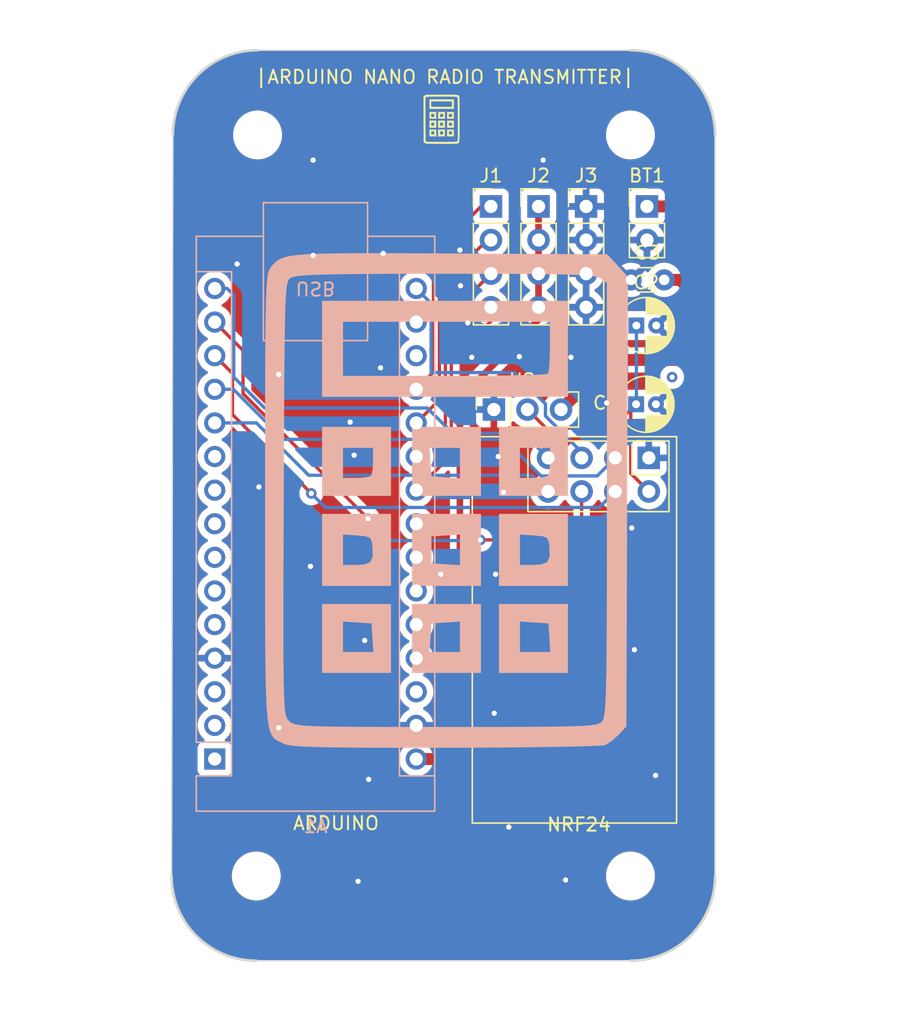
<source format=kicad_pcb>
(kicad_pcb (version 20221018) (generator pcbnew)
  (title_block (title "Arduino Nano Radio Transmitter") (date "2023-10-01") (rev "0") (company "N/A") (comment 1 "N/A"))
  (layers (0 "F.Cu" signal) (31 "B.Cu" signal) (34 "B.Paste" user) (35 "F.Paste" user) (36 "B.SilkS" user "B.Silkscreen") (37 "F.SilkS" user "F.Silkscreen") (38 "B.Mask" user) (39 "F.Mask" user) (44 "Edge.Cuts" user))
  (net 0 "")
  (net 4 "GND")
  (net 11 "/IRQ")
  (net 12 "/CE")
  (net 13 "/CSN")
  (net 14 "/MOSI")
  (net 15 "/MISO")
  (net 16 "/SCK")
  (net 19 "Net-(A1-A0)")
  (net 20 "Net-(A1-A1)")
  (net 21 "Net-(A1-A2)")
  (net 22 "Net-(A1-A3)")
  (net 27 "Net-(A1-+5V)")
  (net 29 "+12V")
  (net 30 "+3.3V")
  (footprint "Connector_PinHeader_2.54mm:PinHeader_1x02_P2.54mm_Vertical" (layer "F.Cu") (at 107.85 44.9)
    (fp_text reference "BT1" (at 0 -2.33) (layer "F.SilkS"))
    (fp_text value "Battery")
    (pad "1" thru_hole rect (at 0 0) (size 1.7 1.7) (drill 1) (layers "*.Cu" "*.Mask") (net 29 "+12V"))
    (pad "2" thru_hole oval (at 0 2.54) (size 1.7 1.7) (drill 1) (layers "*.Cu" "*.Mask") (net 4 "GND"))
  )
  (footprint "Connector_PinHeader_2.54mm:PinHeader_1x04_P2.54mm_Vertical" (layer "F.Cu") (at 96.05 44.9)
    (fp_text reference "J1" (at 0 -2.33) (layer "F.SilkS"))
    (fp_text value "Conn_01x04_Pin" hide)
    (pad "1" thru_hole rect (at 0 0) (size 1.7 1.7) (drill 1) (layers "*.Cu" "*.Mask") (net 19 "Net-(A1-A0)"))
    (pad "2" thru_hole oval (at 0 2.54) (size 1.7 1.7) (drill 1) (layers "*.Cu" "*.Mask") (net 20 "Net-(A1-A1)"))
    (pad "3" thru_hole oval (at 0 5.08) (size 1.7 1.7) (drill 1) (layers "*.Cu" "*.Mask") (net 21 "Net-(A1-A2)"))
    (pad "4" thru_hole oval (at 0 7.62) (size 1.7 1.7) (drill 1) (layers "*.Cu" "*.Mask") (net 22 "Net-(A1-A3)"))
  )
  (footprint "Capacitor_THT:C_Disc_D3.0mm_W1.6mm_P2.50mm" (layer "F.Cu") (at 106.65 50.45)
    (fp_text reference "C3" (at 1.25 -2.05) (layer "F.SilkS"))
    (fp_text value "100n")
    (pad "1" thru_hole circle (at 0 0) (size 1.6 1.6) (drill 0.8) (layers "*.Cu" "*.Mask") (net 4 "GND"))
    (pad "2" thru_hole circle (at 2.5 0) (size 1.6 1.6) (drill 0.8) (layers "*.Cu" "*.Mask") (net 29 "+12V"))
  )
  (footprint "Graphics:pcbLogo_4mmx4mm" (layer "F.Cu") (at 92.3 38.3)
    (fp_text reference "G***" hide)
    (fp_text value "LOGO" hide)
  )
  (footprint "Capacitor_THT:CP_Radial_D4.0mm_P1.50mm" (layer "F.Cu") (at 107.027401 59.85)
    (fp_text reference "C1" (at -2.277401 -0.1) (layer "F.SilkS"))
    (fp_text value "10u")
    (pad "1" thru_hole rect (at 0 0) (size 1.2 1.2) (drill 0.6) (layers "*.Cu" "*.Mask") (net 30 "+3.3V"))
    (pad "2" thru_hole circle (at 1.5 0) (size 1.2 1.2) (drill 0.6) (layers "*.Cu" "*.Mask") (net 4 "GND"))
  )
  (footprint "MountingHole:MountingHole_3.2mm_M3" (layer "F.Cu") (at 106.6 95.5)
    (fp_text reference "REF**" hide)
    (fp_text value "MountingHole_3.2mm_M3")
    (pad "" np_thru_hole circle (at 0 0) (size 3.2 3.2) (drill 3.2) (layers "F&B.Cu" "*.Mask"))
  )
  (footprint "MountingHole:MountingHole_3.2mm_M3" (layer "F.Cu") (at 78.4 39.5)
    (fp_text reference "REF**" hide)
    (fp_text value "MountingHole_3.2mm_M3")
    (pad "" np_thru_hole circle (at 0 0) (size 3.2 3.2) (drill 3.2) (layers "F&B.Cu" "*.Mask"))
  )
  (footprint "Connector_PinHeader_2.54mm:PinHeader_1x04_P2.54mm_Vertical" (layer "F.Cu") (at 99.65 44.9)
    (fp_text reference "J2" (at 0 -2.33) (layer "F.SilkS"))
    (fp_text value "Conn_01x04_Pin" hide)
    (pad "1" thru_hole rect (at 0 0) (size 1.7 1.7) (drill 1) (layers "*.Cu" "*.Mask") (net 27 "Net-(A1-+5V)"))
    (pad "2" thru_hole oval (at 0 2.54) (size 1.7 1.7) (drill 1) (layers "*.Cu" "*.Mask") (net 27 "Net-(A1-+5V)"))
    (pad "3" thru_hole oval (at 0 5.08) (size 1.7 1.7) (drill 1) (layers "*.Cu" "*.Mask") (net 27 "Net-(A1-+5V)"))
    (pad "4" thru_hole oval (at 0 7.62) (size 1.7 1.7) (drill 1) (layers "*.Cu" "*.Mask") (net 27 "Net-(A1-+5V)"))
  )
  (footprint "MountingHole:MountingHole_3.2mm_M3" (layer "F.Cu") (at 106.6 39.5)
    (fp_text reference "REF**" hide)
    (fp_text value "MountingHole_3.2mm_M3")
    (pad "" np_thru_hole circle (at 0 0) (size 3.2 3.2) (drill 3.2) (layers "*.Cu" "*.Mask"))
  )
  (footprint "Connector_PinHeader_2.54mm:PinHeader_1x04_P2.54mm_Vertical" (layer "F.Cu") (at 103.25 44.9)
    (fp_text reference "J3" (at 0 -2.33) (layer "F.SilkS"))
    (fp_text value "Conn_01x04_Pin" hide)
    (pad "1" thru_hole rect (at 0 0) (size 1.7 1.7) (drill 1) (layers "*.Cu" "*.Mask") (net 4 "GND"))
    (pad "2" thru_hole oval (at 0 2.54) (size 1.7 1.7) (drill 1) (layers "*.Cu" "*.Mask") (net 4 "GND"))
    (pad "3" thru_hole oval (at 0 5.08) (size 1.7 1.7) (drill 1) (layers "*.Cu" "*.Mask") (net 4 "GND"))
    (pad "4" thru_hole oval (at 0 7.62) (size 1.7 1.7) (drill 1) (layers "*.Cu" "*.Mask") (net 4 "GND"))
  )
  (footprint "MountingHole:MountingHole_3.2mm_M3" (layer "F.Cu") (at 78.3 95.5)
    (fp_text reference "REF**" hide)
    (fp_text value "MountingHole_3.2mm_M3")
    (pad "" np_thru_hole circle (at 0 0) (size 3.2 3.2) (drill 3.2) (layers "F&B.Cu" "*.Mask"))
  )
  (footprint "Capacitor_THT:CP_Radial_D4.0mm_P1.50mm" (layer "F.Cu") (at 107.05 53.9)
    (fp_text reference "C2" (at 0.75 -3.25) (layer "F.SilkS"))
    (fp_text value "10u")
    (pad "1" thru_hole rect (at 0 0) (size 1.2 1.2) (drill 0.6) (layers "*.Cu" "*.Mask") (net 30 "+3.3V"))
    (pad "2" thru_hole circle (at 1.5 0) (size 1.2 1.2) (drill 0.6) (layers "*.Cu" "*.Mask") (net 4 "GND"))
  )
  (footprint "Connector_PinSocket_2.54mm:PinSocket_1x03_P2.54mm_Vertical" (layer "F.Cu") (at 96.27 60.25 90)
    (fp_text reference "U2" (at 2.2 2.14 180) (layer "F.SilkS"))
    (fp_text value "AMS1117-3.3" hide)
    (pad "1" thru_hole rect (at 0 0 90) (size 1.7 1.7) (drill 1) (layers "*.Cu" "*.Mask") (net 4 "GND"))
    (pad "2" thru_hole oval (at 0 2.54 90) (size 1.7 1.7) (drill 1) (layers "*.Cu" "*.Mask") (net 30 "+3.3V"))
    (pad "3" thru_hole oval (at 0 5.08 90) (size 1.7 1.7) (drill 1) (layers "*.Cu" "*.Mask") (net 29 "+12V"))
  )
  (footprint "RF_Module:nRF24L01_Breakout" (layer "F.Cu") (at 107.99 63.9 -90)
    (fp_text reference "U3" hide)
    (fp_text value "NRF24L01_Breakout" hide)
    (pad "1" thru_hole rect (at 0 0 270) (size 1.7 1.7) (drill 1) (layers "*.Cu" "*.Mask") (net 4 "GND"))
    (pad "2" thru_hole circle (at 2.54 0 270) (size 1.7 1.7) (drill 1) (layers "*.Cu" "*.Mask") (net 30 "+3.3V"))
    (pad "3" thru_hole circle (at 0 2.54 270) (size 1.7 1.7) (drill 1) (layers "*.Cu" "*.Mask") (net 12 "/CE"))
    (pad "4" thru_hole circle (at 2.54 2.54 270) (size 1.7 1.7) (drill 1) (layers "*.Cu" "*.Mask") (net 13 "/CSN"))
    (pad "5" thru_hole circle (at 0 5.08 270) (size 1.7 1.7) (drill 1) (layers "*.Cu" "*.Mask") (net 16 "/SCK"))
    (pad "6" thru_hole circle (at 2.54 5.08 270) (size 1.7 1.7) (drill 1) (layers "*.Cu" "*.Mask") (net 14 "/MOSI"))
    (pad "7" thru_hole circle (at 0 7.62 270) (size 1.7 1.7) (drill 1) (layers "*.Cu" "*.Mask") (net 15 "/MISO"))
    (pad "8" thru_hole circle (at 2.54 7.62 270) (size 1.7 1.7) (drill 1) (layers "*.Cu" "*.Mask") (net 11 "/IRQ"))
  )
  (footprint "Module:Arduino_Nano" (layer "B.Cu") (at 75.16 86.66)
    (fp_text reference "A1" (at 7.62 5.08) (layer "B.SilkS") (effects (justify mirror)))
    (fp_text value "Arduino_Nano_v2.x" hide)
    (fp_text user "USB" (at 7.62 -35.56 180 unlocked) (layer "B.SilkS") (effects (justify mirror)))
    (pad "1" thru_hole rect (at 0 0) (size 1.6 1.6) (drill 1) (layers "*.Cu" "*.Mask"))
    (pad "2" thru_hole oval (at 0 -2.54) (size 1.6 1.6) (drill 1) (layers "*.Cu" "*.Mask"))
    (pad "3" thru_hole oval (at 0 -5.08) (size 1.6 1.6) (drill 1) (layers "*.Cu" "*.Mask"))
    (pad "4" thru_hole oval (at 0 -7.62) (size 1.6 1.6) (drill 1) (layers "*.Cu" "*.Mask") (net 4 "GND"))
    (pad "5" thru_hole oval (at 0 -10.16) (size 1.6 1.6) (drill 1) (layers "*.Cu" "*.Mask"))
    (pad "6" thru_hole oval (at 0 -12.7) (size 1.6 1.6) (drill 1) (layers "*.Cu" "*.Mask"))
    (pad "7" thru_hole oval (at 0 -15.24) (size 1.6 1.6) (drill 1) (layers "*.Cu" "*.Mask"))
    (pad "8" thru_hole oval (at 0 -17.78) (size 1.6 1.6) (drill 1) (layers "*.Cu" "*.Mask"))
    (pad "9" thru_hole oval (at 0 -20.32) (size 1.6 1.6) (drill 1) (layers "*.Cu" "*.Mask"))
    (pad "10" thru_hole oval (at 0 -22.86) (size 1.6 1.6) (drill 1) (layers "*.Cu" "*.Mask"))
    (pad "11" thru_hole oval (at 0 -25.4) (size 1.6 1.6) (drill 1) (layers "*.Cu" "*.Mask") (net 11 "/IRQ"))
    (pad "12" thru_hole oval (at 0 -27.94) (size 1.6 1.6) (drill 1) (layers "*.Cu" "*.Mask") (net 12 "/CE"))
    (pad "13" thru_hole oval (at 0 -30.48) (size 1.6 1.6) (drill 1) (layers "*.Cu" "*.Mask") (net 13 "/CSN"))
    (pad "14" thru_hole oval (at 0 -33.02) (size 1.6 1.6) (drill 1) (layers "*.Cu" "*.Mask") (net 14 "/MOSI"))
    (pad "15" thru_hole oval (at 0 -35.56) (size 1.6 1.6) (drill 1) (layers "*.Cu" "*.Mask") (net 15 "/MISO"))
    (pad "16" thru_hole oval (at 15.24 -35.56) (size 1.6 1.6) (drill 1) (layers "*.Cu" "*.Mask") (net 16 "/SCK"))
    (pad "17" thru_hole oval (at 15.24 -33.02) (size 1.6 1.6) (drill 1) (layers "*.Cu" "*.Mask"))
    (pad "18" thru_hole oval (at 15.24 -30.48) (size 1.6 1.6) (drill 1) (layers "*.Cu" "*.Mask"))
    (pad "19" thru_hole oval (at 15.24 -27.94) (size 1.6 1.6) (drill 1) (layers "*.Cu" "*.Mask") (net 19 "Net-(A1-A0)"))
    (pad "20" thru_hole oval (at 15.24 -25.4) (size 1.6 1.6) (drill 1) (layers "*.Cu" "*.Mask") (net 20 "Net-(A1-A1)"))
    (pad "21" thru_hole oval (at 15.24 -22.86) (size 1.6 1.6) (drill 1) (layers "*.Cu" "*.Mask") (net 21 "Net-(A1-A2)"))
    (pad "22" thru_hole oval (at 15.24 -20.32) (size 1.6 1.6) (drill 1) (layers "*.Cu" "*.Mask") (net 22 "Net-(A1-A3)"))
    (pad "23" thru_hole oval (at 15.24 -17.78) (size 1.6 1.6) (drill 1) (layers "*.Cu" "*.Mask"))
    (pad "24" thru_hole oval (at 15.24 -15.24) (size 1.6 1.6) (drill 1) (layers "*.Cu" "*.Mask"))
    (pad "25" thru_hole oval (at 15.24 -12.7) (size 1.6 1.6) (drill 1) (layers "*.Cu" "*.Mask"))
    (pad "26" thru_hole oval (at 15.24 -10.16) (size 1.6 1.6) (drill 1) (layers "*.Cu" "*.Mask"))
    (pad "27" thru_hole oval (at 15.24 -7.62) (size 1.6 1.6) (drill 1) (layers "*.Cu" "*.Mask") (net 27 "Net-(A1-+5V)"))
    (pad "28" thru_hole oval (at 15.24 -5.08) (size 1.6 1.6) (drill 1) (layers "*.Cu" "*.Mask"))
    (pad "29" thru_hole oval (at 15.24 -2.54) (size 1.6 1.6) (drill 1) (layers "*.Cu" "*.Mask") (net 4 "GND"))
    (pad "30" thru_hole oval (at 15.24 0) (size 1.6 1.6) (drill 1) (layers "*.Cu" "*.Mask") (net 29 "+12V"))
  )
  (footprint "Graphics:pcbLogo_40mmx40mm" (layer "B.Cu") (at 92.8 67 180)
    (fp_text reference "G***" hide)
    (fp_text value "LOGO" hide)
  )
  (gr_line (start 78.4 33.1) (end 106.6 33.1) (stroke (width 0.1)) (layer "Edge.Cuts"))
  (gr_line (start 113 39.5) (end 113 95.5) (stroke (width 0.1)) (layer "Edge.Cuts"))
  (gr_line (start 106.6 101.9) (end 78.3 101.9) (stroke (width 0.1)) (layer "Edge.Cuts"))
  (gr_arc (start 78.3 101.9) (mid 73.774517 100.025483) (end 71.9 95.5) (stroke (width 0.2)) (layer "Edge.Cuts"))
  (gr_arc (start 106.6 33.1) (mid 111.125483 34.974517) (end 113 39.5) (stroke (width 0.2)) (layer "Edge.Cuts"))
  (gr_line (start 71.9 95.5) (end 72 39.5) (stroke (width 0.1)) (layer "Edge.Cuts"))
  (gr_arc (start 72 39.5) (mid 73.874517 34.974517) (end 78.4 33.1) (stroke (width 0.2)) (layer "Edge.Cuts"))
  (gr_arc (start 113 95.5) (mid 111.125483 100.025483) (end 106.6 101.9) (stroke (width 0.2)) (layer "Edge.Cuts"))
  (gr_text "NRF24" (at 100.2 92.2) (layer "F.SilkS") (effects (font (size 1 1)) (justify left bottom)))
  (gr_text "|ARDUINO NANO RADIO TRANSMITTER|" (at 78.1 35.7) (layer "F.SilkS") (effects (font (size 1 1)) (justify left bottom)))
  (gr_text "ARDUINO" (at 81 92.1) (layer "F.SilkS") (effects (font (size 1 1)) (justify left bottom)))
  (via (at 109.75 57.8) (size 0.8) (drill 0.4) (layers "F.Cu" "B.Cu") (net 0))
  (via (at 87.7 57.1) (size 0.8) (drill 0.4) (layers "F.Cu" "B.Cu") (net 4))
  (via (at 86 95.9) (size 0.8) (drill 0.4) (layers "F.Cu" "B.Cu") (net 4))
  (via (at 108.5 87.9) (size 0.8) (drill 0.4) (layers "F.Cu" "B.Cu") (net 4))
  (via (at 101.7 95.8) (size 0.8) (drill 0.4) (layers "F.Cu" "B.Cu") (net 4))
  (via (at 106.9 78.4) (size 0.8) (drill 0.4) (layers "F.Cu" "B.Cu") (net 4))
  (via (at 98.2 56.25) (size 0.8) (drill 0.4) (layers "F.Cu" "B.Cu") (net 4))
  (via (at 97.4 91.8) (size 0.8) (drill 0.4) (layers "F.Cu" "B.Cu") (net 4))
  (via (at 76.85 49.25) (size 0.8) (drill 0.4) (layers "F.Cu" "B.Cu") (net 4))
  (via (at 92.25 72.7) (size 0.8) (drill 0.4) (layers "F.Cu" "B.Cu") (net 4))
  (via (at 85.4 61.2) (size 0.8) (drill 0.4) (layers "F.Cu" "B.Cu") (net 4))
  (via (at 78.5 66.1) (size 0.8) (drill 0.4) (layers "F.Cu" "B.Cu") (net 4))
  (via (at 80 57.6) (size 0.8) (drill 0.4) (layers "F.Cu" "B.Cu") (net 4))
  (via (at 96.6 63.8) (size 0.8) (drill 0.4) (layers "F.Cu" "B.Cu") (net 4))
  (via (at 96.4 72.7) (size 0.8) (drill 0.4) (layers "F.Cu" "B.Cu") (net 4))
  (via (at 106.7 69.2) (size 0.8) (drill 0.4) (layers "F.Cu" "B.Cu") (net 4))
  (via (at 82.6 41.4) (size 0.8) (drill 0.4) (layers "F.Cu" "B.Cu") (net 4))
  (via (at 82.4 72.1) (size 0.8) (drill 0.4) (layers "F.Cu" "B.Cu") (net 4))
  (via (at 86.8 88.2) (size 0.8) (drill 0.4) (layers "F.Cu" "B.Cu") (net 4))
  (via (at 94.3 53.7) (size 0.8) (drill 0.4) (layers "F.Cu" "B.Cu") (net 4))
  (via (at 97 66.5) (size 0.8) (drill 0.4) (layers "F.Cu" "B.Cu") (net 4))
  (via (at 96.3 83.2) (size 0.8) (drill 0.4) (layers "F.Cu" "B.Cu") (net 4))
  (via (at 87.9 48.45) (size 0.8) (drill 0.4) (layers "F.Cu" "B.Cu") (net 4))
  (via (at 93.7 48.2) (size 0.8) (drill 0.4) (layers "F.Cu" "B.Cu") (net 4))
  (via (at 85.7 63.7) (size 0.8) (drill 0.4) (layers "F.Cu" "B.Cu") (net 4))
  (via (at 86.5 77.7) (size 0.8) (drill 0.4) (layers "F.Cu" "B.Cu") (net 4))
  (via (at 104.8 59.75) (size 0.8) (drill 0.4) (layers "F.Cu" "B.Cu") (net 4))
  (via (at 80 84.3) (size 0.8) (drill 0.4) (layers "F.Cu" "B.Cu") (net 4))
  (via (at 94.6 56.3) (size 0.8) (drill 0.4) (layers "F.Cu" "B.Cu") (net 4))
  (via (at 102.1 56.3) (size 0.8) (drill 0.4) (layers "F.Cu" "B.Cu") (net 4))
  (via (at 100 41.4) (size 0.8) (drill 0.4) (layers "F.Cu" "B.Cu") (net 4))
  (via (at 82.6 48.6) (size 0.8) (drill 0.4) (layers "F.Cu" "B.Cu") (net 4))
  (via (at 93.75 50.9) (size 0.8) (drill 0.4) (layers "F.Cu" "B.Cu") (net 4))
  (segment (start 99.145 65.215) (end 82.265 65.215) (width 0.25) (layer "B.Cu") (net 11))
  (segment (start 82.265 65.215) (end 78.31 61.26) (width 0.25) (layer "B.Cu") (net 11))
  (segment (start 78.31 61.26) (end 75.16 61.26) (width 0.25) (layer "B.Cu") (net 11))
  (segment (start 100.37 66.44) (end 99.145 65.215) (width 0.25) (layer "B.Cu") (net 11))
  (segment (start 104.085 65.265) (end 105.45 63.9) (width 0.25) (layer "B.Cu") (net 12))
  (segment (start 80.35 62.5) (end 97.066396 62.5) (width 0.25) (layer "B.Cu") (net 12))
  (segment (start 97.066396 62.5) (end 99.831396 65.265) (width 0.25) (layer "B.Cu") (net 12))
  (segment (start 75.16 58.72) (end 76.57 58.72) (width 0.25) (layer "B.Cu") (net 12))
  (segment (start 99.831396 65.265) (end 104.085 65.265) (width 0.25) (layer "B.Cu") (net 12))
  (segment (start 76.57 58.72) (end 80.35 62.5) (width 0.25) (layer "B.Cu") (net 12))
  (segment (start 76.5 57.52) (end 76.5 60.625305) (width 0.25) (layer "F.Cu") (net 13))
  (segment (start 76.5 60.625305) (end 82.462347 66.587653) (width 0.25) (layer "F.Cu") (net 13))
  (segment (start 75.16 56.18) (end 76.5 57.52) (width 0.25) (layer "F.Cu") (net 13))
  (via (at 82.462347 66.587653) (size 0.8) (drill 0.4) (layers "F.Cu" "B.Cu") (net 13))
  (segment (start 82.462347 66.587653) (end 83.524694 67.65) (width 0.25) (layer "B.Cu") (net 13))
  (segment (start 83.524694 67.65) (end 104.24 67.65) (width 0.25) (layer "B.Cu") (net 13))
  (segment (start 104.24 67.65) (end 105.45 66.44) (width 0.25) (layer "B.Cu") (net 13))
  (segment (start 82.462347 66.587653) (end 82.387653 66.587653) (width 0.25) (layer "B.Cu") (net 13))
  (segment (start 95.25 70.1) (end 101.6 70.1) (width 0.25) (layer "F.Cu") (net 14))
  (segment (start 86.75 68.5) (end 77.3 59.05) (width 0.25) (layer "F.Cu") (net 14))
  (segment (start 101.6 70.1) (end 102.91 68.79) (width 0.25) (layer "F.Cu") (net 14))
  (segment (start 77.3 59.05) (end 77.3 55.78) (width 0.25) (layer "F.Cu") (net 14))
  (segment (start 102.91 66.44) (end 102.91 68.79) (width 0.25) (layer "F.Cu") (net 14))
  (segment (start 77.3 55.78) (end 75.16 53.64) (width 0.25) (layer "F.Cu") (net 14))
  (via (at 86.75 68.5) (size 0.8) (drill 0.4) (layers "F.Cu" "B.Cu") (net 14))
  (via (at 95.25 70.1) (size 0.8) (drill 0.4) (layers "F.Cu" "B.Cu") (net 14))
  (segment (start 86.75 68.5) (end 88.4 70.15) (width 0.25) (layer "B.Cu") (net 14))
  (segment (start 95.2 70.15) (end 95.25 70.1) (width 0.25) (layer "B.Cu") (net 14))
  (segment (start 88.4 70.15) (end 95.2 70.15) (width 0.25) (layer "B.Cu") (net 14))
  (segment (start 93.15 62.05) (end 91.235 60.135) (width 0.25) (layer "B.Cu") (net 15))
  (segment (start 75.16 51.1) (end 76.1 51.1) (width 0.25) (layer "B.Cu") (net 15))
  (segment (start 76.6 51.6) (end 76.6 57.8) (width 0.25) (layer "B.Cu") (net 15))
  (segment (start 91.235 60.135) (end 78.935 60.135) (width 0.25) (layer "B.Cu") (net 15))
  (segment (start 76.1 51.1) (end 76.6 51.6) (width 0.25) (layer "B.Cu") (net 15))
  (segment (start 100.37 63.9) (end 98.52 62.05) (width 0.25) (layer "B.Cu") (net 15))
  (segment (start 76.6 57.8) (end 78.935 60.135) (width 0.25) (layer "B.Cu") (net 15))
  (segment (start 98.52 62.05) (end 93.15 62.05) (width 0.25) (layer "B.Cu") (net 15))
  (segment (start 102.91 63.471701) (end 102.91 63.9) (width 0.25) (layer "B.Cu") (net 16))
  (segment (start 97.805 57.455) (end 100.175 59.825) (width 0.25) (layer "B.Cu") (net 16))
  (segment (start 91.525 57.455) (end 97.805 57.455) (width 0.25) (layer "B.Cu") (net 16))
  (segment (start 90.4 51.1) (end 91.525 52.225) (width 0.25) (layer "B.Cu") (net 16))
  (segment (start 91.525 52.225) (end 91.525 57.455) (width 0.25) (layer "B.Cu") (net 16))
  (segment (start 100.175 60.736701) (end 102.91 63.471701) (width 0.25) (layer "B.Cu") (net 16))
  (segment (start 100.175 59.825) (end 100.175 60.736701) (width 0.25) (layer "B.Cu") (net 16))
  (segment (start 95.3 44.9) (end 91.7 48.5) (width 0.25) (layer "F.Cu") (net 19))
  (segment (start 96.05 44.9) (end 95.3 44.9) (width 0.25) (layer "F.Cu") (net 19))
  (segment (start 91.7 57.42) (end 90.4 58.72) (width 0.25) (layer "F.Cu") (net 19))
  (segment (start 91.7 48.5) (end 91.7 57.42) (width 0.25) (layer "F.Cu") (net 19))
  (segment (start 92.15 51.05) (end 92.15 59.51) (width 0.25) (layer "F.Cu") (net 20))
  (segment (start 92.15 59.51) (end 90.4 61.26) (width 0.25) (layer "F.Cu") (net 20))
  (segment (start 96.05 47.44) (end 95.76 47.44) (width 0.25) (layer "F.Cu") (net 20))
  (segment (start 95.76 47.44) (end 92.15 51.05) (width 0.25) (layer "F.Cu") (net 20))
  (segment (start 92.6 53.43) (end 92.6 61.6) (width 0.25) (layer "F.Cu") (net 21))
  (segment (start 92.6 61.6) (end 90.4 63.8) (width 0.25) (layer "F.Cu") (net 21))
  (segment (start 96.05 49.98) (end 92.6 53.43) (width 0.25) (layer "F.Cu") (net 21))
  (segment (start 93.05 63.69) (end 90.4 66.34) (width 0.25) (layer "F.Cu") (net 22))
  (segment (start 96.05 53.57) (end 93.05 56.57) (width 0.25) (layer "F.Cu") (net 22))
  (segment (start 96.05 52.52) (end 96.05 53.57) (width 0.25) (layer "F.Cu") (net 22))
  (segment (start 93.05 56.57) (end 93.05 63.69) (width 0.25) (layer "F.Cu") (net 22))
  (segment (start 99.65 53.45) (end 93.7 59.4) (width 0.5) (layer "F.Cu") (net 27))
  (segment (start 92.16 79.04) (end 90.4 79.04) (width 0.5) (layer "F.Cu") (net 27))
  (segment (start 93.7 59.4) (end 93.7 77.5) (width 0.5) (layer "F.Cu") (net 27))
  (segment (start 93.7 77.5) (end 92.16 79.04) (width 0.5) (layer "F.Cu") (net 27))
  (segment (start 99.65 44.9) (end 99.65 53.45) (width 0.5) (layer "F.Cu") (net 27))
  (segment (start 111.2 83.1) (end 111.2 55.8) (width 0.9) (layer "F.Cu") (net 29))
  (segment (start 90.4 86.66) (end 107.64 86.66) (width 0.9) (layer "F.Cu") (net 29))
  (segment (start 101.35 60.25) (end 105.1 56.5) (width 0.9) (layer "F.Cu") (net 29))
  (segment (start 110.35 50.45) (end 111.2 51.3) (width 0.9) (layer "F.Cu") (net 29))
  (segment (start 109.65 44.9) (end 107.85 44.9) (width 0.9) (layer "F.Cu") (net 29))
  (segment (start 111.2 51.3) (end 111.2 46.45) (width 0.9) (layer "F.Cu") (net 29))
  (segment (start 110.5 56.5) (end 111.2 55.8) (width 0.9) (layer "F.Cu") (net 29))
  (segment (start 107.64 86.66) (end 111.2 83.1) (width 0.9) (layer "F.Cu") (net 29))
  (segment (start 111.2 55.8) (end 111.2 53.55) (width 0.9) (layer "F.Cu") (net 29))
  (segment (start 109.15 50.45) (end 110.35 50.45) (width 0.9) (layer "F.Cu") (net 29))
  (segment (start 111.2 53.55) (end 111.2 51.3) (width 0.9) (layer "F.Cu") (net 29))
  (segment (start 111.2 46.45) (end 109.65 44.9) (width 0.9) (layer "F.Cu") (net 29))
  (segment (start 111.2 54.4) (end 111.2 54.85) (width 0.9) (layer "F.Cu") (net 29))
  (segment (start 105.1 56.5) (end 110.5 56.5) (width 0.9) (layer "F.Cu") (net 29))
  (segment (start 107.027401 59.85) (end 105.227401 61.65) (width 0.25) (layer "F.Cu") (net 30))
  (segment (start 106.625 65.075) (end 106.625 60.252401) (width 0.25) (layer "F.Cu") (net 30))
  (segment (start 107.05 59.827401) (end 107.027401 59.85) (width 0.25) (layer "F.Cu") (net 30))
  (segment (start 100.21 61.65) (end 98.81 60.25) (width 0.25) (layer "F.Cu") (net 30))
  (segment (start 105.227401 61.65) (end 100.21 61.65) (width 0.25) (layer "F.Cu") (net 30))
  (segment (start 107.99 66.44) (end 106.625 65.075) (width 0.25) (layer "F.Cu") (net 30))
  (segment (start 106.625 60.252401) (end 107.027401 59.85) (width 0.25) (layer "F.Cu") (net 30))
  (segment (start 107.05 59.827401) (end 107.027401 59.85) (width 0.25) (layer "B.Cu") (net 30))
  (segment (start 107.05 53.9) (end 107.05 59.827401) (width 0.25) (layer "B.Cu") (net 30))
  (zone (net 4) (net_name "GND") (layer "F.Cu") (connect_pads (clearance 0.5)) (min_thickness 0.25) (fill yes (thermal_gap 0.5) (thermal_bridge_width 0.5))
    (polygon (pts (xy 69 31.4) (xy 117.6 31.6) (xy 117 104.1) (xy 69 104.4)))
  )
  (zone (net 4) (net_name "GND") (layer "B.Cu") (priority 1) (connect_pads (clearance 0.5)) (min_thickness 0.25) (fill yes (thermal_gap 0.5) (thermal_bridge_width 0.5))
    (polygon (pts (xy 66.9 29.3) (xy 119.3 29.6) (xy 118.6 106) (xy 66.1 106.7)))
  )
)
</source>
